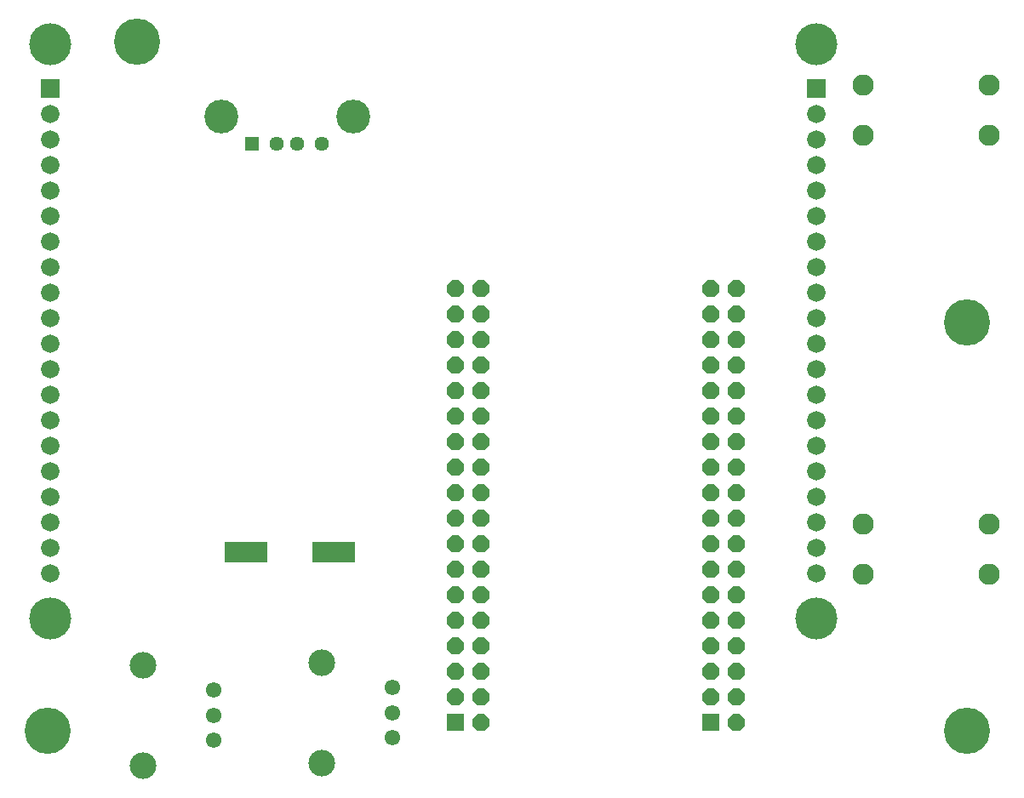
<source format=gbr>
G04 EAGLE Gerber RS-274X export*
G75*
%MOMM*%
%FSLAX34Y34*%
%LPD*%
%INSoldermask Bottom*%
%IPPOS*%
%AMOC8*
5,1,8,0,0,1.08239X$1,22.5*%
G01*
%ADD10R,1.676400X1.676400*%
%ADD11P,1.814519X8X112.500000*%
%ADD12C,1.552400*%
%ADD13C,2.652400*%
%ADD14C,2.112400*%
%ADD15R,1.828800X1.828800*%
%ADD16C,1.828800*%
%ADD17C,4.168400*%
%ADD18R,1.440400X1.440400*%
%ADD19C,1.440400*%
%ADD20C,3.372400*%
%ADD21C,4.597400*%
%ADD22R,4.252400X2.152400*%


D10*
X469640Y59100D03*
D11*
X495040Y59100D03*
X469640Y84500D03*
X495040Y84500D03*
X469640Y109900D03*
X495040Y109900D03*
X469640Y135300D03*
X495040Y135300D03*
X469640Y160700D03*
X495040Y160700D03*
X469640Y186100D03*
X495040Y186100D03*
X469640Y211500D03*
X495040Y211500D03*
X469640Y236900D03*
X495040Y236900D03*
X469640Y262300D03*
X495040Y262300D03*
X469640Y287700D03*
X495040Y287700D03*
X469640Y313100D03*
X495040Y313100D03*
X469640Y338500D03*
X495040Y338500D03*
X469640Y363900D03*
X495040Y363900D03*
X469640Y389300D03*
X495040Y389300D03*
X469640Y414700D03*
X495040Y414700D03*
X469640Y440100D03*
X495040Y440100D03*
X469640Y465500D03*
X495040Y465500D03*
X469640Y490900D03*
X495040Y490900D03*
D10*
X723640Y59100D03*
D11*
X749040Y59100D03*
X723640Y84500D03*
X749040Y84500D03*
X723640Y109900D03*
X749040Y109900D03*
X723640Y135300D03*
X749040Y135300D03*
X723640Y160700D03*
X749040Y160700D03*
X723640Y186100D03*
X749040Y186100D03*
X723640Y211500D03*
X749040Y211500D03*
X723640Y236900D03*
X749040Y236900D03*
X723640Y262300D03*
X749040Y262300D03*
X723640Y287700D03*
X749040Y287700D03*
X723640Y313100D03*
X749040Y313100D03*
X723640Y338500D03*
X749040Y338500D03*
X723640Y363900D03*
X749040Y363900D03*
X723640Y389300D03*
X749040Y389300D03*
X723640Y414700D03*
X749040Y414700D03*
X723640Y440100D03*
X749040Y440100D03*
X723640Y465500D03*
X749040Y465500D03*
X723640Y490900D03*
X749040Y490900D03*
D12*
X406400Y43580D03*
X406400Y68580D03*
X406400Y93580D03*
D13*
X336400Y18580D03*
X336400Y118580D03*
D14*
X999760Y693020D03*
X999760Y643020D03*
X874760Y643020D03*
X874760Y693020D03*
D15*
X828040Y689610D03*
D16*
X828040Y664210D03*
X828040Y638810D03*
X828040Y613410D03*
X828040Y588010D03*
X828040Y562610D03*
X828040Y537210D03*
X828040Y511810D03*
X828040Y486410D03*
X828040Y461010D03*
X828040Y435610D03*
X828040Y410210D03*
X828040Y384810D03*
X828040Y359410D03*
X828040Y334010D03*
X828040Y308610D03*
X828040Y283210D03*
X828040Y257810D03*
X828040Y232410D03*
X828040Y207010D03*
D15*
X66040Y689610D03*
D16*
X66040Y664210D03*
X66040Y638810D03*
X66040Y613410D03*
X66040Y588010D03*
X66040Y562610D03*
X66040Y537210D03*
X66040Y511810D03*
X66040Y486410D03*
X66040Y461010D03*
X66040Y435610D03*
X66040Y410210D03*
X66040Y384810D03*
X66040Y359410D03*
X66040Y334010D03*
X66040Y308610D03*
X66040Y283210D03*
X66040Y257810D03*
X66040Y232410D03*
X66040Y207010D03*
D17*
X66040Y734060D03*
X66040Y162560D03*
X828040Y734060D03*
X828040Y162560D03*
D12*
X228600Y41040D03*
X228600Y66040D03*
X228600Y91040D03*
D13*
X158600Y16040D03*
X158600Y116040D03*
D18*
X266700Y635000D03*
D19*
X291700Y635000D03*
X311700Y635000D03*
X336700Y635000D03*
D20*
X236000Y662100D03*
X367400Y662100D03*
D14*
X999760Y256140D03*
X999760Y206140D03*
X874760Y206140D03*
X874760Y256140D03*
D21*
X63500Y50800D03*
X977900Y50800D03*
X977900Y457200D03*
X152400Y736600D03*
D22*
X261300Y228600D03*
X348300Y228600D03*
M02*

</source>
